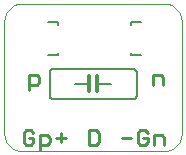
<source format=gto>
G75*
%MOIN*%
%OFA0B0*%
%FSLAX24Y24*%
%IPPOS*%
%LPD*%
%AMOC8*
5,1,8,0,0,1.08239X$1,22.5*
%
%ADD10C,0.0000*%
%ADD11C,0.0110*%
%ADD12C,0.0090*%
%ADD13C,0.0120*%
%ADD14C,0.0060*%
%ADD15C,0.0080*%
D10*
X000679Y000733D02*
X000679Y004473D01*
X000678Y004473D02*
X000680Y004519D01*
X000685Y004565D01*
X000694Y004611D01*
X000707Y004656D01*
X000723Y004699D01*
X000742Y004741D01*
X000765Y004782D01*
X000791Y004820D01*
X000820Y004857D01*
X000851Y004891D01*
X000885Y004922D01*
X000922Y004951D01*
X000960Y004977D01*
X001001Y005000D01*
X001043Y005019D01*
X001086Y005035D01*
X001131Y005048D01*
X001177Y005057D01*
X001223Y005062D01*
X001269Y005064D01*
X005994Y005064D01*
X006040Y005062D01*
X006086Y005057D01*
X006132Y005048D01*
X006177Y005035D01*
X006220Y005019D01*
X006262Y005000D01*
X006303Y004977D01*
X006341Y004951D01*
X006378Y004922D01*
X006412Y004891D01*
X006443Y004857D01*
X006472Y004820D01*
X006498Y004782D01*
X006521Y004741D01*
X006540Y004699D01*
X006556Y004656D01*
X006569Y004611D01*
X006578Y004565D01*
X006583Y004519D01*
X006585Y004473D01*
X006584Y004473D02*
X006584Y000733D01*
X006585Y000733D02*
X006583Y000687D01*
X006578Y000641D01*
X006569Y000595D01*
X006556Y000550D01*
X006540Y000507D01*
X006521Y000465D01*
X006498Y000424D01*
X006472Y000386D01*
X006443Y000349D01*
X006412Y000315D01*
X006378Y000284D01*
X006341Y000255D01*
X006303Y000229D01*
X006262Y000206D01*
X006220Y000187D01*
X006177Y000171D01*
X006132Y000158D01*
X006086Y000149D01*
X006040Y000144D01*
X005994Y000142D01*
X005994Y000143D02*
X001269Y000143D01*
X001269Y000142D02*
X001223Y000144D01*
X001177Y000149D01*
X001131Y000158D01*
X001086Y000171D01*
X001043Y000187D01*
X001001Y000206D01*
X000960Y000229D01*
X000922Y000255D01*
X000885Y000284D01*
X000851Y000315D01*
X000820Y000349D01*
X000791Y000386D01*
X000765Y000424D01*
X000742Y000465D01*
X000723Y000507D01*
X000707Y000550D01*
X000694Y000595D01*
X000685Y000641D01*
X000680Y000687D01*
X000678Y000733D01*
D11*
X001324Y000756D02*
X001324Y000435D01*
X001404Y000355D01*
X001565Y000355D01*
X001645Y000435D01*
X001645Y000595D01*
X001485Y000595D01*
X001645Y000756D02*
X001565Y000836D01*
X001404Y000836D01*
X001324Y000756D01*
X001868Y000676D02*
X002109Y000676D01*
X002189Y000595D01*
X002189Y000435D01*
X002109Y000355D01*
X001868Y000355D01*
X001868Y000195D02*
X001868Y000676D01*
X002412Y000595D02*
X002732Y000595D01*
X002572Y000756D02*
X002572Y000435D01*
X003499Y000355D02*
X003740Y000355D01*
X003820Y000435D01*
X003820Y000756D01*
X003740Y000836D01*
X003499Y000836D01*
X003499Y000355D01*
X004587Y000595D02*
X004908Y000595D01*
X005131Y000435D02*
X005211Y000355D01*
X005371Y000355D01*
X005451Y000435D01*
X005451Y000595D01*
X005291Y000595D01*
X005131Y000756D02*
X005131Y000435D01*
X005131Y000756D02*
X005211Y000836D01*
X005371Y000836D01*
X005451Y000756D01*
X005674Y000676D02*
X005915Y000676D01*
X005995Y000595D01*
X005995Y000355D01*
X005674Y000355D02*
X005674Y000676D01*
D12*
X005645Y002353D02*
X005645Y002687D01*
X005895Y002687D01*
X005979Y002603D01*
X005979Y002353D01*
X001845Y002436D02*
X001762Y002353D01*
X001511Y002353D01*
X001511Y002186D02*
X001511Y002687D01*
X001762Y002687D01*
X001845Y002603D01*
X001845Y002436D01*
D13*
X003501Y002387D02*
X003501Y002137D01*
X003751Y002137D02*
X003751Y002387D01*
X003751Y002637D01*
X003501Y002637D02*
X003501Y002387D01*
D14*
X003031Y002387D01*
X003751Y002387D02*
X004231Y002387D01*
X004981Y002887D02*
X004998Y002885D01*
X005015Y002881D01*
X005031Y002874D01*
X005045Y002864D01*
X005058Y002851D01*
X005068Y002837D01*
X005075Y002821D01*
X005079Y002804D01*
X005081Y002787D01*
X005081Y001987D01*
X005079Y001970D01*
X005075Y001953D01*
X005068Y001937D01*
X005058Y001923D01*
X005045Y001910D01*
X005031Y001900D01*
X005015Y001893D01*
X004998Y001889D01*
X004981Y001887D01*
X002281Y001887D01*
X002264Y001889D01*
X002247Y001893D01*
X002231Y001900D01*
X002217Y001910D01*
X002204Y001923D01*
X002194Y001937D01*
X002187Y001953D01*
X002183Y001970D01*
X002181Y001987D01*
X002181Y002787D01*
X002183Y002804D01*
X002187Y002821D01*
X002194Y002837D01*
X002204Y002851D01*
X002217Y002864D01*
X002231Y002874D01*
X002247Y002881D01*
X002264Y002885D01*
X002281Y002887D01*
X004981Y002887D01*
D15*
X004903Y003341D02*
X005218Y003341D01*
X004903Y003341D02*
X004903Y003423D01*
X004903Y004363D02*
X004903Y004444D01*
X005218Y004444D01*
X002454Y004444D02*
X002454Y004362D01*
X002454Y004444D02*
X002139Y004444D01*
X002454Y003422D02*
X002454Y003341D01*
X002139Y003341D01*
M02*

</source>
